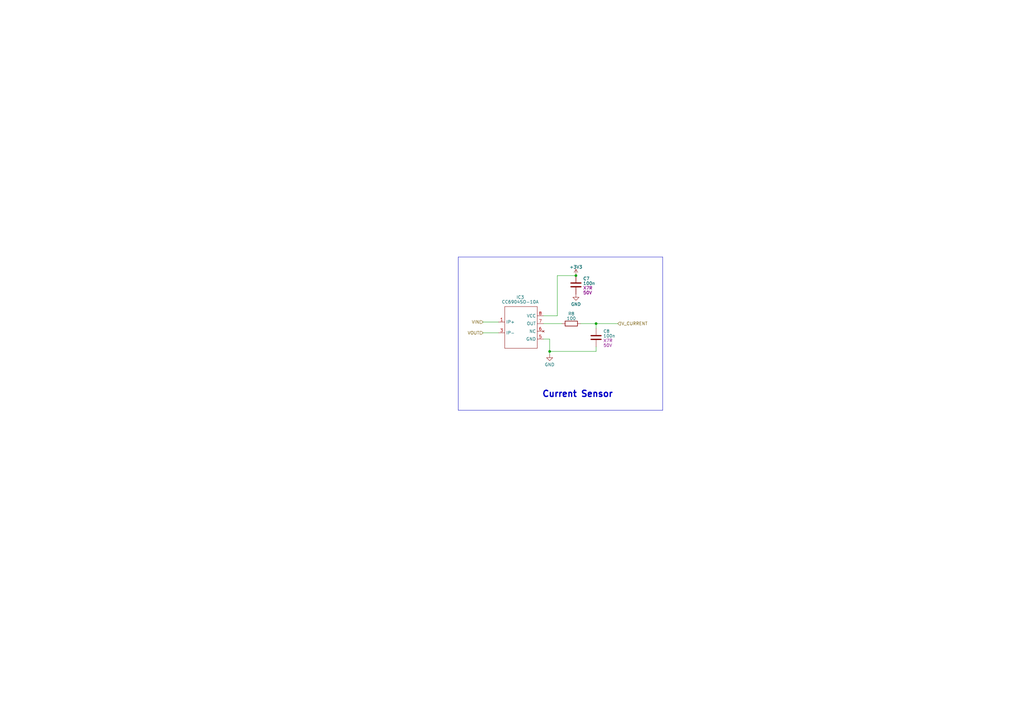
<source format=kicad_sch>
(kicad_sch (version 20230121) (generator eeschema)
  (paper "A3")
  (lib_symbols
    (symbol "Capacitor_JLC:100n" (pin_numbers hide) (pin_names (offset 0.254))
      (property "Reference" "C" (at 3.175 3.175 0))
      (property "Value" "100n" (at 3.175 1.27 0))
      (property "Type" "X7R" (at 5.08 -3.175 0))
      (property "Voltage" "50V" (at 5.08 -1.27 0))
      (symbol "100n_0_1"
        (polyline (pts (xy -2.032 -0.762) (xy 2.032 -0.762)) (stroke (width 0.508)))
        (polyline (pts (xy -2.032 0.762) (xy 2.032 0.762)) (stroke (width 0.508)))
      )
      (symbol "100n_1_1"
        (pin passive line (at 0 3.81 270) (length 2.794) (name "~") (number "1"))
        (pin passive line (at 0 -3.81 90) (length 2.794) (name "~") (number "2"))
      )
    )
    (symbol "Misc_JLC:CC6904SO-10A"
      (property "Reference" "IC?" (at 8.89 10.16 0))
      (property "Value" "CC6904SO-10A" (at 8.89 7.62 0))
      (symbol "CC6904SO-10A_0_1"
        (rectangle (start 2.54 6.35) (end 15.875 -10.795))
      )
      (symbol "CC6904SO-10A_1_1"
        (pin input line (at 0 0 0) (length 2.54) (name "IP+") (number "1"))
        (pin input line (at 0 0 0) (length 2.54) hide (name "IP+") (number "2"))
        (pin input line (at 0 -4.445 0) (length 2.54) (name "IP-") (number "3"))
        (pin output line (at 0 -4.445 0) (length 2.54) hide (name "IP-") (number "4"))
        (pin power_in line (at 18.415 -6.985 180) (length 2.54) (name "GND") (number "5"))
        (pin no_connect line (at 18.415 -3.81 180) (length 2.54) (name "NC") (number "6"))
        (pin output line (at 18.415 -0.635 180) (length 2.54) (name "OUT") (number "7"))
        (pin power_in line (at 18.415 2.54 180) (length 2.54) (name "VCC") (number "8"))
      )
    )
    (symbol "Resistor_JLC:100" (pin_numbers hide) (pin_names (offset 0))
      (property "Reference" "R" (at 2.032 0 90))
      (property "Value" "100" (at 0 0 90))
      (symbol "100_0_1"
        (rectangle (start -1.016 -2.54) (end 1.016 2.54) (stroke (width 0.254)))
      )
      (symbol "100_1_1"
        (pin passive line (at 0 3.81 270) (length 1.27) (name "~") (number "1"))
        (pin passive line (at 0 -3.81 90) (length 1.27) (name "~") (number "2"))
      )
    )
    (symbol "power:+3V3" (power) (pin_names (offset 0))
      (property "Value" "+3V3" (at 0 3.556 0))
      (symbol "+3V3_0_1"
        (polyline (pts (xy -0.762 1.27) (xy 0 2.54)))
        (polyline (pts (xy 0 0) (xy 0 2.54)))
        (polyline (pts (xy 0 2.54) (xy 0.762 1.27)))
      )
      (symbol "+3V3_1_1"
        (pin power_in line (at 0 0 90) (length 0) hide (name "+3V3") (number "1"))
      )
    )
    (symbol "power:GND" (power) (pin_names (offset 0))
      (property "Value" "GND" (at 0 -3.81 0))
      (symbol "GND_0_1"
        (polyline (pts (xy 0 0) (xy 0 -1.27) (xy 1.27 -1.27) (xy 0 -2.54) (xy -1.27 -1.27) (xy 0 -1.27)))
      )
      (symbol "GND_1_1"
        (pin power_in line (at 0 0 270) (length 0) hide (name "GND") (number "1"))
      )
    )
  )
  (junction (at 244.475 132.715))
  (junction (at 225.425 144.145))
  (junction (at 236.22 113.03))
  (polyline (pts (xy 187.96 168.275) (xy 187.96 105.41)))
  (wire (pts (xy 198.12 132.08) (xy 204.47 132.08)))
  (wire (pts (xy 222.885 129.54) (xy 228.6 129.54)))
  (wire (pts (xy 225.425 139.065) (xy 225.425 144.145)))
  (wire (pts (xy 225.425 144.145) (xy 244.475 144.145)))
  (wire (pts (xy 198.12 136.525) (xy 204.47 136.525)))
  (wire (pts (xy 238.125 132.715) (xy 244.475 132.715)))
  (wire (pts (xy 228.6 113.03) (xy 236.22 113.03)))
  (wire (pts (xy 244.475 132.715) (xy 253.365 132.715)))
  (polyline (pts (xy 187.96 105.41) (xy 271.78 105.41)))
  (wire (pts (xy 244.475 142.24) (xy 244.475 144.145)))
  (wire (pts (xy 225.425 144.145) (xy 225.425 145.415)))
  (wire (pts (xy 222.885 139.065) (xy 225.425 139.065)))
  (wire (pts (xy 222.885 132.715) (xy 230.505 132.715)))
  (polyline (pts (xy 271.78 168.275) (xy 187.96 168.275)))
  (wire (pts (xy 228.6 129.54) (xy 228.6 113.03)))
  (wire (pts (xy 244.475 132.715) (xy 244.475 134.62)))
  (polyline (pts (xy 271.78 105.41) (xy 271.78 168.275)))
  (text "Current Sensor" (at 222.25 163.195 0) (effects (font (size 2.54 2.54) (thickness 0.508) bold) (justify left bottom)))
  (hierarchical_label "VOUT" (shape input) (at 198.12 136.525 180))
  (hierarchical_label "V_CURRENT" (shape input) (at 253.365 132.715 0))
  (hierarchical_label "VIN" (shape input) (at 198.12 132.08 180))
  (symbol (lib_id "power:+3V3") (at 236.22 113.03 0) (unit 1)
    (property "Reference" "#PWR012" (effects hide))
    (property "Value" "+3V3" (at 236.22 109.5281 0))
  )
  (symbol (lib_id "Capacitor_JLC:100n") (at 244.475 138.43 0) (unit 1)
    (property "Reference" "C8" (at 247.396 135.8653 0) (effects (justify left)))
    (property "Value" "100n" (at 247.396 137.7863 0) (effects (justify left)))
    (property "Footprint" "Capacitor_SMD:C_0402_1005Metric" (effects hide))
    (property "Type" "X7R" (at 247.396 139.7073 0) (effects (justify left)))
    (property "LCSC" "C307331" (effects hide))
    (property "Voltage" "50V" (at 247.396 141.6283 0) (effects (justify left)))
  )
  (symbol (lib_id "power:GND") (at 225.425 145.415 0) (unit 1)
    (property "Reference" "#PWR013" (effects hide))
    (property "Value" "GND" (at 225.425 149.5505 0))
  )
  (symbol (lib_id "Misc_JLC:CC6904SO-10A") (at 204.47 132.08 0) (unit 1)
    (property "Reference" "IC3" (at 213.36 121.904 0))
    (property "Value" "CC6904SO-10A" (at 213.36 123.825 0))
    (property "Footprint" "Package_SO:SOP-8_3.9x4.9mm_P1.27mm" (effects hide))
    (property "Datasheet" "https://datasheet.lcsc.com/lcsc/2104011834_Cross-chip-CC6904SO-10A_C469389.pdf" (effects hide))
    (property "LCSC" "C469389" (effects hide))
  )
  (symbol (lib_id "Resistor_JLC:100") (at 234.315 132.715 90) (unit 1)
    (property "Reference" "R8" (at 234.315 128.6891 90))
    (property "Value" "100" (at 234.315 130.6101 90))
    (property "Footprint" "Resistor_SMD:R_0402_1005Metric" (effects hide))
    (property "LCSC" "C25076" (effects hide))
  )
  (symbol (lib_id "Capacitor_JLC:100n") (at 236.22 116.84 0) (unit 1)
    (property "Reference" "C7" (at 239.141 114.2753 0) (effects (justify left)))
    (property "Value" "100n" (at 239.141 116.1963 0) (effects (justify left)))
    (property "Footprint" "Capacitor_SMD:C_0402_1005Metric" (effects hide))
    (property "Type" "X7R" (at 239.141 118.1173 0) (effects (justify left)))
    (property "LCSC" "C307331" (effects hide))
    (property "Voltage" "50V" (at 239.141 120.0383 0) (effects (justify left)))
  )
  (symbol (lib_id "power:GND") (at 236.22 120.65 0) (unit 1)
    (property "Reference" "#PWR014" (effects hide))
    (property "Value" "GND" (at 236.22 124.7855 0))
  )
)
</source>
